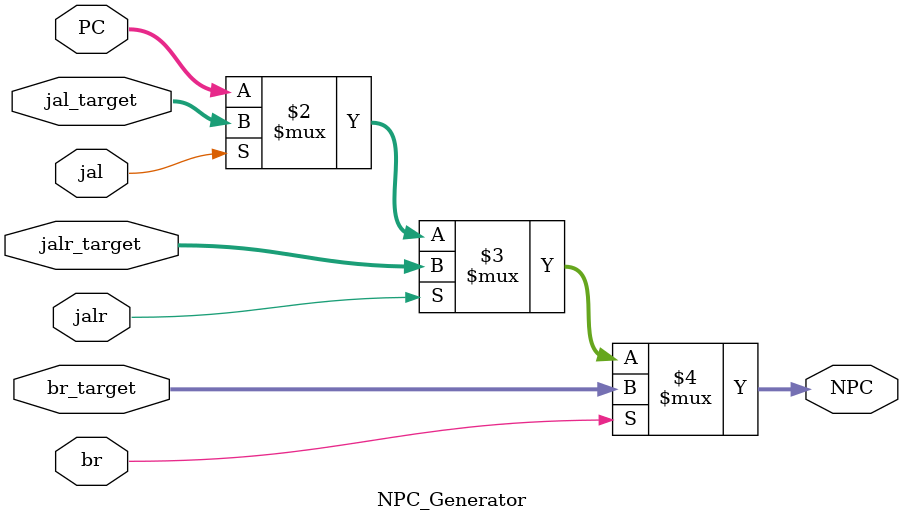
<source format=v>
`timescale 1ns / 1ps

module NPC_Generator(
    input wire [31:0] PC, jal_target, jalr_target, br_target,
    input wire jal, jalr, br,
    output reg [31:0] NPC
    );

    // TODO: Complete this module

    /* FIXME: Write your code here... */
    
    always@(*)begin
        NPC = br ? br_target :
                        jalr ? jalr_target :
                                jal ? jal_target :
                                    PC;   
    end

endmodule
</source>
